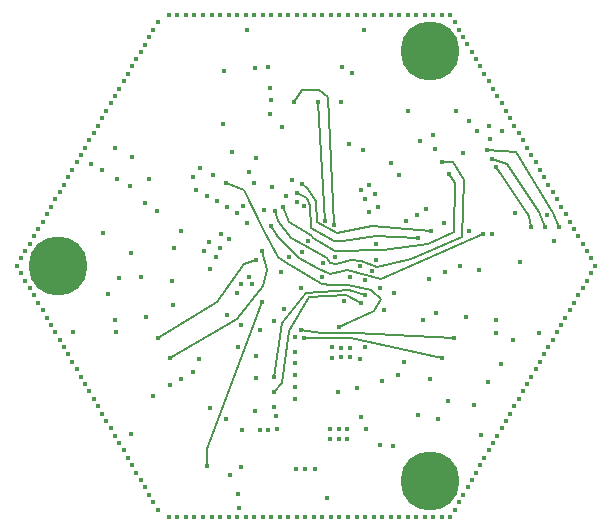
<source format=gbr>
%TF.GenerationSoftware,KiCad,Pcbnew,9.0.6-rc1*%
%TF.CreationDate,2025-10-31T17:35:14+01:00*%
%TF.ProjectId,PCB_BRUSHED,5043425f-4252-4555-9348-45442e6b6963,rev?*%
%TF.SameCoordinates,Original*%
%TF.FileFunction,Copper,L3,Inr*%
%TF.FilePolarity,Positive*%
%FSLAX46Y46*%
G04 Gerber Fmt 4.6, Leading zero omitted, Abs format (unit mm)*
G04 Created by KiCad (PCBNEW 9.0.6-rc1) date 2025-10-31 17:35:14*
%MOMM*%
%LPD*%
G01*
G04 APERTURE LIST*
%TA.AperFunction,ComponentPad*%
%ADD10C,0.800000*%
%TD*%
%TA.AperFunction,ComponentPad*%
%ADD11C,5.000000*%
%TD*%
%TA.AperFunction,ViaPad*%
%ADD12C,0.400000*%
%TD*%
%TA.AperFunction,Conductor*%
%ADD13C,0.160000*%
%TD*%
G04 APERTURE END LIST*
D10*
%TO.N,GND*%
%TO.C,TP1*%
X138625000Y-77813467D03*
X139174175Y-76487642D03*
X139174175Y-79139292D03*
X140500000Y-75938467D03*
D11*
X140500000Y-77813467D03*
D10*
X140500000Y-79688467D03*
X141825825Y-76487642D03*
X141825825Y-79139292D03*
X142375000Y-77813467D03*
%TD*%
%TO.N,GND*%
%TO.C,TP3*%
X138625000Y-114186533D03*
X139174175Y-112860708D03*
X139174175Y-115512358D03*
X140500000Y-112311533D03*
D11*
X140500000Y-114186533D03*
D10*
X140500000Y-116061533D03*
X141825825Y-112860708D03*
X141825825Y-115512358D03*
X142375000Y-114186533D03*
%TD*%
%TO.N,GND*%
%TO.C,TP2*%
X107125000Y-96000000D03*
X107674175Y-94674175D03*
X107674175Y-97325825D03*
X109000000Y-94125000D03*
D11*
X109000000Y-96000000D03*
D10*
X109000000Y-97875000D03*
X110325825Y-94674175D03*
X110325825Y-97325825D03*
X110875000Y-96000000D03*
%TD*%
D12*
%TO.N,GND*%
X140050000Y-74750000D03*
X119840000Y-74749192D03*
X121284000Y-74749192D03*
X129948000Y-74749192D03*
X119118000Y-74749192D03*
X128504000Y-74749192D03*
X118396000Y-74749192D03*
X134280000Y-74749192D03*
X129226000Y-74749192D03*
X138612000Y-74749192D03*
X122006000Y-74749192D03*
X141500000Y-74749192D03*
X127060000Y-74749192D03*
X124894000Y-74749192D03*
X142220000Y-74750000D03*
X130670000Y-74749192D03*
X137168000Y-74749192D03*
X123450000Y-74749192D03*
X125616000Y-74749192D03*
X132114000Y-74749192D03*
X140778000Y-74749192D03*
X124172000Y-74749192D03*
X139300000Y-74750000D03*
X122728000Y-74749192D03*
X132836000Y-74749192D03*
X126338000Y-74749192D03*
X127782000Y-74749192D03*
X136446000Y-74749192D03*
X133558000Y-74749192D03*
X131392000Y-74749192D03*
X137890000Y-74749192D03*
X135724000Y-74749192D03*
X135002000Y-74749192D03*
X120562000Y-74749192D03*
X140050000Y-117270000D03*
X119840000Y-117269192D03*
X121284000Y-117269192D03*
X129948000Y-117269192D03*
X119118000Y-117269192D03*
X128504000Y-117269192D03*
X118396000Y-117269192D03*
X134280000Y-117269192D03*
X129226000Y-117269192D03*
X138612000Y-117269192D03*
X122006000Y-117269192D03*
X141500000Y-117269192D03*
X127060000Y-117269192D03*
X124894000Y-117269192D03*
X142220000Y-117270000D03*
X130670000Y-117269192D03*
X137168000Y-117269192D03*
X123450000Y-117269192D03*
X125616000Y-117269192D03*
X132114000Y-117269192D03*
X140778000Y-117269192D03*
X124172000Y-117269192D03*
X139300000Y-117270000D03*
X122728000Y-117269192D03*
X132836000Y-117269192D03*
X126338000Y-117269192D03*
X127782000Y-117269192D03*
X136446000Y-117269192D03*
X133558000Y-117269192D03*
X131392000Y-117269192D03*
X137890000Y-117269192D03*
X135724000Y-117269192D03*
X135002000Y-117269192D03*
X120562000Y-117269192D03*
X105530000Y-96010000D03*
X111667000Y-85380404D03*
X105891000Y-95384729D03*
X113833000Y-81628782D03*
X106613000Y-94134189D03*
X106252000Y-94759459D03*
X110945000Y-86630945D03*
X116718700Y-76632219D03*
X107335000Y-92883648D03*
X109501000Y-89132026D03*
X108779000Y-90382567D03*
X113472000Y-82254052D03*
X112389000Y-84129863D03*
X116343700Y-77281738D03*
X115638000Y-78502430D03*
X112028000Y-84755134D03*
X114555000Y-80378241D03*
X112750000Y-83504593D03*
X111306000Y-86005674D03*
X108057000Y-91633107D03*
X115999000Y-77877160D03*
X115277000Y-79127701D03*
X107696000Y-92258378D03*
X113111000Y-82879323D03*
X110584000Y-87256215D03*
X114194000Y-81003512D03*
X106974000Y-93508918D03*
X110223000Y-87881485D03*
X117082000Y-76001349D03*
X108418000Y-91007837D03*
X109140000Y-89757296D03*
X117443000Y-75376079D03*
X114916000Y-79752971D03*
X109862000Y-88506756D03*
X109862000Y-103513244D03*
X114916000Y-112267029D03*
X117443000Y-116643921D03*
X109140000Y-102262704D03*
X108418000Y-101012163D03*
X117082000Y-116018651D03*
X110223000Y-104138515D03*
X106974000Y-98511082D03*
X114194000Y-111016488D03*
X110584000Y-104763785D03*
X113111000Y-109140677D03*
X107696000Y-99761622D03*
X115277000Y-112892299D03*
X115999000Y-114142840D03*
X108057000Y-100386893D03*
X111306000Y-106014326D03*
X112750000Y-108515407D03*
X114555000Y-111641759D03*
X112028000Y-107264866D03*
X115638000Y-113517570D03*
X116342300Y-114739070D03*
X112389000Y-107890137D03*
X113472000Y-109765948D03*
X108779000Y-101637433D03*
X109501000Y-102887974D03*
X107335000Y-99136352D03*
X116717300Y-115388589D03*
X110945000Y-105389055D03*
X106252000Y-97260541D03*
X106613000Y-97885811D03*
X113833000Y-110391218D03*
X105891000Y-96635271D03*
X111667000Y-106639596D03*
X153040000Y-93481206D03*
X142588700Y-75377407D03*
X145476700Y-80379569D03*
X149086700Y-86632273D03*
X147281700Y-83505921D03*
X144393700Y-78503758D03*
X149808700Y-87882813D03*
X148003700Y-84756462D03*
X145837700Y-81004840D03*
X152335700Y-92259706D03*
X151613700Y-91009165D03*
X150891700Y-89758624D03*
X151252700Y-90383895D03*
X154140700Y-95386057D03*
X151974700Y-91634435D03*
X144754700Y-79129029D03*
X146559700Y-82255380D03*
X152696700Y-92884976D03*
X144032700Y-77878488D03*
X142949700Y-76002677D03*
X146198700Y-81630110D03*
X145115700Y-79754299D03*
X143310700Y-76627947D03*
X143671700Y-77253218D03*
X153779700Y-94760787D03*
X148725700Y-86007002D03*
X147642700Y-84131191D03*
X149447700Y-87257543D03*
X146920700Y-82880651D03*
X150169700Y-88508084D03*
X148364700Y-85381732D03*
X150530700Y-89133354D03*
X153415000Y-94130725D03*
X152334000Y-99761622D03*
X146919000Y-109140677D03*
X154139000Y-96635271D03*
X151251000Y-101637433D03*
X147641000Y-107890137D03*
X143686300Y-114738262D03*
X149446000Y-104763785D03*
X153417000Y-97885811D03*
X153056000Y-98511082D03*
X149085000Y-105389055D03*
X142948000Y-116018651D03*
X146558000Y-109765948D03*
X147280000Y-108515407D03*
X149807000Y-104138515D03*
X148002000Y-107264866D03*
X143311300Y-115387781D03*
X151612000Y-101012163D03*
X148363000Y-106639596D03*
X146197000Y-110391218D03*
X150529000Y-102887974D03*
X150890000Y-102262704D03*
X144392000Y-113517570D03*
X150168000Y-103513244D03*
X151973000Y-100386893D03*
X145475000Y-111641759D03*
X144753000Y-112892299D03*
X144031000Y-114142840D03*
X145114000Y-112267029D03*
X152695000Y-99136352D03*
X142587000Y-116643921D03*
X145836000Y-111016488D03*
X153778000Y-97260541D03*
X148724000Y-106014326D03*
X134600000Y-103880000D03*
X134960000Y-102890000D03*
X134700000Y-108810000D03*
X125775000Y-86850000D03*
X124350000Y-116475000D03*
X124250000Y-115300000D03*
X127425000Y-108700000D03*
X124525000Y-113000000D03*
X123600000Y-113725000D03*
X145775000Y-93300000D03*
X150425000Y-91725000D03*
X143822095Y-93028750D03*
X135900000Y-94125000D03*
X126975000Y-83125000D03*
X127000000Y-82000000D03*
X126975000Y-80950000D03*
X120450000Y-105000000D03*
X118475000Y-106100000D03*
X125025000Y-92350000D03*
X128275000Y-90125000D03*
X124650000Y-90900000D03*
X120400000Y-88525000D03*
X125575000Y-89000000D03*
X145430000Y-105870000D03*
X134820000Y-86190000D03*
X145480000Y-84180000D03*
X130178372Y-93898968D03*
X114180000Y-97060000D03*
X111835552Y-87360641D03*
X136430000Y-105760000D03*
X121880000Y-108060000D03*
X134925000Y-76001115D03*
X110235865Y-101641108D03*
X125700000Y-79290000D03*
X117400000Y-91340000D03*
X144630000Y-96380000D03*
X116720000Y-88620000D03*
X136240000Y-97870000D03*
X123280000Y-100200000D03*
X115126448Y-89260641D03*
X138680000Y-82870000D03*
X119415654Y-93021161D03*
X127900000Y-96500000D03*
X113870000Y-86010000D03*
X113840000Y-100570000D03*
X124178150Y-91542276D03*
X143050000Y-96000000D03*
X143770000Y-83730000D03*
X128600000Y-95275000D03*
X150980000Y-93890000D03*
X137375000Y-111250000D03*
X139460000Y-108640000D03*
X148100000Y-95700000D03*
X130725000Y-113225000D03*
X129050000Y-103270000D03*
X138475000Y-92172724D03*
X140200000Y-91172724D03*
X116010000Y-96950000D03*
X113932147Y-101643255D03*
X139375000Y-91675000D03*
X123210000Y-108980000D03*
X129050000Y-107275000D03*
X146564448Y-84589359D03*
X115260000Y-86810000D03*
X118760000Y-99310000D03*
X137460000Y-98350000D03*
X127288000Y-107925000D03*
X129050000Y-105275000D03*
X132712000Y-106655000D03*
X114020000Y-88670000D03*
X127120000Y-89370000D03*
X129075000Y-106275000D03*
X140430000Y-97160000D03*
X129175000Y-113225000D03*
X141684198Y-92386161D03*
X127930000Y-84260000D03*
X122450000Y-90552276D03*
X123090000Y-79550000D03*
X138260000Y-104170000D03*
X124550000Y-109875000D03*
X113270000Y-98390000D03*
X132500000Y-95275000D03*
X134340000Y-106340000D03*
X133680000Y-85670000D03*
X129675000Y-94850000D03*
X126470000Y-91310000D03*
X137872346Y-88323839D03*
X131757500Y-115675000D03*
X124190000Y-98300000D03*
X136610000Y-99710000D03*
X141990000Y-107430000D03*
X121027802Y-87688839D03*
X120725000Y-89552276D03*
X133075000Y-79201115D03*
X137180000Y-87330000D03*
X149755808Y-101701524D03*
X125210000Y-88080000D03*
X135050000Y-109850000D03*
X144240000Y-107780000D03*
X129950000Y-113200000D03*
X139940000Y-100580000D03*
X124520000Y-101000000D03*
X112830000Y-93240000D03*
X125750000Y-105470000D03*
X119461500Y-105548076D03*
X141170000Y-109010000D03*
X142741281Y-82895194D03*
X141730000Y-96490000D03*
X118800000Y-94540000D03*
X116400000Y-90700000D03*
X140740000Y-84970000D03*
X128800000Y-88730000D03*
X147716281Y-91512147D03*
X112760000Y-87860000D03*
X129040000Y-102020000D03*
X123300000Y-91050000D03*
X124975000Y-76001115D03*
X118640000Y-97310000D03*
X133910000Y-79670000D03*
X131375000Y-96925000D03*
X115210865Y-110258060D03*
X143538500Y-100351924D03*
X121600000Y-90075000D03*
X115170000Y-94890000D03*
X124540000Y-97520000D03*
X129550000Y-97850000D03*
X122960000Y-83970000D03*
X120940000Y-103860000D03*
X137760000Y-105250000D03*
X126075000Y-101425000D03*
X121850000Y-96250000D03*
X147570000Y-102290000D03*
X141050000Y-99980000D03*
X146070000Y-100590000D03*
X131475000Y-95800000D03*
X129050000Y-104250000D03*
X146550000Y-104340000D03*
X125720000Y-108280000D03*
X127278750Y-100647095D03*
X124250000Y-102840000D03*
X144780808Y-110318476D03*
X125810000Y-103600000D03*
X143273552Y-86489359D03*
X139680000Y-85480000D03*
X123780000Y-86350000D03*
X145580000Y-85260000D03*
%TO.N,VBAT+*%
X133000000Y-102925000D03*
X133000000Y-103725000D03*
X121375000Y-94775000D03*
X123475000Y-93700000D03*
X133725000Y-103750000D03*
X121825000Y-94000000D03*
X132200000Y-103775000D03*
X126100000Y-109875000D03*
X135825000Y-89900000D03*
X127550000Y-109850000D03*
X134625000Y-89550000D03*
X122750000Y-94475000D03*
X126825000Y-109875000D03*
X136075000Y-91025000D03*
X132200000Y-102900000D03*
X133725000Y-102925000D03*
X122775000Y-93300000D03*
X122350000Y-95275000D03*
X135350000Y-89175000D03*
X134975000Y-90375000D03*
X135325000Y-91425000D03*
%TO.N,+3.3V*%
X146059526Y-101703671D03*
X132775000Y-109850000D03*
X129250000Y-90625000D03*
X132075000Y-110650000D03*
X132075000Y-109850000D03*
X133475000Y-109850000D03*
X125450000Y-97575000D03*
X125200000Y-96925000D03*
X117057147Y-107055913D03*
X134600000Y-96050000D03*
X140538500Y-105548076D03*
X133000000Y-82100000D03*
X132775000Y-110650000D03*
X133475000Y-110650000D03*
X144500000Y-84550000D03*
X126825000Y-79201115D03*
X116461500Y-100351924D03*
X133700000Y-96975000D03*
X129800000Y-90925000D03*
X136300000Y-111150000D03*
%TO.N,/ADC2_IN5*%
X133200000Y-99025000D03*
%TO.N,/NRST*%
X128125000Y-99675000D03*
X140895000Y-86097341D03*
%TO.N,/ADC_VBAT*%
X126300000Y-99100000D03*
X121642500Y-112925000D03*
%TO.N,/EXT_BTN_EXTI10*%
X144950000Y-93275000D03*
X127000000Y-92625000D03*
%TO.N,Net-(IC2-IN1)*%
X129272095Y-89821250D03*
X139484494Y-93656161D03*
%TO.N,Net-(IC2-IN2)*%
X140584346Y-93021161D03*
X129647095Y-89121250D03*
%TO.N,Net-(IC3-IN2)*%
X127288000Y-106655000D03*
X134627905Y-99128750D03*
%TO.N,Net-(IC3-IN1)*%
X127288000Y-105385000D03*
X135002905Y-98503750D03*
%TO.N,Net-(IC4-IN1)*%
X132775000Y-101200000D03*
X123227506Y-88958839D03*
%TO.N,Net-(IC4-IN2)*%
X122127654Y-88323839D03*
%TO.N,/MOT2_HALL_B{slash}TIM1CH2*%
X131000000Y-82100000D03*
X131650000Y-92175000D03*
%TO.N,/MOT2_HALL_A{slash}TIM1CH1*%
X129000000Y-82100000D03*
X132400000Y-92550000D03*
%TO.N,/MOT1_HALL_B{slash}TIM2CH2*%
X129825000Y-102125000D03*
X141538500Y-103816025D03*
%TO.N,/MOT1_HALL_A{slash}TIM2CH1*%
X142538500Y-102083975D03*
X129550000Y-101475000D03*
%TO.N,/SWDIO*%
X142145000Y-88262405D03*
X128075000Y-91000000D03*
%TO.N,/SWCLK*%
X127400000Y-91375000D03*
X141520000Y-87179873D03*
%TO.N,/MOT3_HALL_B{slash}TIM8CH2*%
X117461500Y-102083975D03*
X125775000Y-95550000D03*
%TO.N,/MOT3_HALL_A{slash}TIM8CH1*%
X118461500Y-103816025D03*
X126300000Y-94725000D03*
%TO.N,/USART3_TX*%
X135625000Y-96450000D03*
X150200000Y-92700000D03*
X145722804Y-86922804D03*
%TO.N,/USART3_RX*%
X149075000Y-92725000D03*
X135925000Y-95500000D03*
X146086553Y-87636553D03*
%TO.N,/UART_EXTI*%
X135025000Y-97225000D03*
X145343205Y-86218205D03*
X151450000Y-92725000D03*
%TO.N,GND*%
X154500000Y-96010000D03*
%TD*%
D13*
%TO.N,/ADC_VBAT*%
X121650000Y-111500000D02*
X121642500Y-112925000D01*
X126300000Y-99100000D02*
X121650000Y-111500000D01*
%TO.N,/EXT_BTN_EXTI10*%
X132000000Y-96700000D02*
X130950000Y-96150000D01*
X128650000Y-94600000D02*
X127650000Y-93575000D01*
X133475000Y-96400000D02*
X135050000Y-96750000D01*
X130950000Y-96150000D02*
X129450000Y-95375000D01*
X132000000Y-96700000D02*
X133475000Y-96400000D01*
X135050000Y-96750000D02*
X136325000Y-97125000D01*
X136325000Y-97125000D02*
X144950000Y-93275000D01*
X127650000Y-93575000D02*
X127000000Y-92625000D01*
X129450000Y-95375000D02*
X128650000Y-94600000D01*
%TO.N,Net-(IC2-IN1)*%
X130325000Y-90925000D02*
X130125000Y-90300000D01*
X135925000Y-93500000D02*
X133125000Y-93875000D01*
X132400000Y-93875000D02*
X130425000Y-92825000D01*
X130125000Y-90300000D02*
X129272095Y-89821250D01*
X130425000Y-92825000D02*
X130325000Y-90925000D01*
X139484494Y-93656161D02*
X135925000Y-93500000D01*
X133125000Y-93875000D02*
X132400000Y-93875000D01*
%TO.N,Net-(IC2-IN2)*%
X130075000Y-89400000D02*
X129647095Y-89121250D01*
X132600000Y-93200000D02*
X135600000Y-92675000D01*
X130825000Y-90525000D02*
X130925000Y-92325000D01*
X140584346Y-93021161D02*
X135600000Y-92675000D01*
X130075000Y-89400000D02*
X130825000Y-90525000D01*
X130925000Y-92325000D02*
X132600000Y-93200000D01*
%TO.N,Net-(IC3-IN2)*%
X128000000Y-105925000D02*
X128600000Y-101550000D01*
X130275000Y-98625000D02*
X133425000Y-98475000D01*
X133425000Y-98475000D02*
X134627905Y-99128750D01*
X128600000Y-101550000D02*
X130275000Y-98625000D01*
X127288000Y-106655000D02*
X128000000Y-105925000D01*
%TO.N,Net-(IC3-IN1)*%
X135002905Y-98503750D02*
X133650000Y-98050000D01*
X133650000Y-98050000D02*
X130025000Y-98275000D01*
X130025000Y-98275000D02*
X128000000Y-100850000D01*
X127288000Y-105385000D02*
X128000000Y-100850000D01*
%TO.N,Net-(IC4-IN1)*%
X127600000Y-95225000D02*
X126450000Y-93100000D01*
X131350000Y-97575000D02*
X128200000Y-95650000D01*
X135800000Y-99800000D02*
X136350000Y-98825000D01*
X136350000Y-98825000D02*
X135500000Y-98075000D01*
X128200000Y-95650000D02*
X127600000Y-95225000D01*
X132150000Y-97625000D02*
X131350000Y-97575000D01*
X133575000Y-97600000D02*
X132150000Y-97625000D01*
X126450000Y-93100000D02*
X124725000Y-89625000D01*
X135500000Y-98075000D02*
X133575000Y-97600000D01*
X124725000Y-89625000D02*
X123227506Y-88958839D01*
X132775000Y-101200000D02*
X135800000Y-99800000D01*
%TO.N,/MOT2_HALL_B{slash}TIM1CH2*%
X131000000Y-82100000D02*
X131650000Y-92175000D01*
%TO.N,/MOT2_HALL_A{slash}TIM1CH1*%
X129625000Y-81125000D02*
X129000000Y-82100000D01*
X131850000Y-81725000D02*
X131125000Y-81125000D01*
X132400000Y-92550000D02*
X131850000Y-81725000D01*
X131125000Y-81125000D02*
X129625000Y-81125000D01*
%TO.N,/MOT1_HALL_B{slash}TIM2CH2*%
X141538500Y-103816025D02*
X133800000Y-102125000D01*
X133800000Y-102125000D02*
X129825000Y-102125000D01*
%TO.N,/MOT1_HALL_A{slash}TIM2CH1*%
X134125000Y-101700000D02*
X142538500Y-102083975D01*
X131275000Y-101700000D02*
X134125000Y-101700000D01*
X129550000Y-101475000D02*
X131275000Y-101700000D01*
%TO.N,/SWDIO*%
X130475000Y-93475000D02*
X130225000Y-93350000D01*
X142600000Y-89000000D02*
X142145000Y-88262405D01*
X132450000Y-94775000D02*
X130600000Y-93650000D01*
X140300000Y-94200000D02*
X142500000Y-93175000D01*
X142500000Y-93175000D02*
X142600000Y-89000000D01*
X128525000Y-92325000D02*
X128075000Y-91000000D01*
X130225000Y-93350000D02*
X128525000Y-92325000D01*
X130600000Y-93650000D02*
X130475000Y-93475000D01*
X136525000Y-94650000D02*
X140300000Y-94200000D01*
X136525000Y-94650000D02*
X132450000Y-94775000D01*
%TO.N,/SWCLK*%
X143225000Y-93575000D02*
X143350000Y-88775000D01*
X131800000Y-95350000D02*
X129800000Y-94275000D01*
X128700000Y-93650000D02*
X127650000Y-92225000D01*
X134700000Y-95570000D02*
X133775000Y-95475000D01*
X142425000Y-87225000D02*
X141520000Y-87179873D01*
X133775000Y-95475000D02*
X132550000Y-95825000D01*
X132075000Y-95750000D02*
X131800000Y-95350000D01*
X127650000Y-92225000D02*
X127400000Y-91375000D01*
X134700000Y-95570000D02*
X136025000Y-96100000D01*
X136025000Y-96100000D02*
X138900000Y-95400000D01*
X129800000Y-94275000D02*
X128700000Y-93650000D01*
X143350000Y-88775000D02*
X142425000Y-87225000D01*
X138900000Y-95400000D02*
X143225000Y-93575000D01*
X132550000Y-95825000D02*
X132075000Y-95750000D01*
%TO.N,/MOT3_HALL_B{slash}TIM8CH2*%
X122475000Y-99100000D02*
X124775000Y-95825000D01*
X117461500Y-102083975D02*
X122475000Y-99100000D01*
X124775000Y-95825000D02*
X125775000Y-95550000D01*
%TO.N,/MOT3_HALL_A{slash}TIM8CH1*%
X126675000Y-96350000D02*
X126350000Y-97750000D01*
X126350000Y-97750000D02*
X124150000Y-100500000D01*
X124150000Y-100500000D02*
X118461500Y-103816025D01*
X126300000Y-94725000D02*
X126675000Y-96350000D01*
%TO.N,/USART3_TX*%
X147000000Y-87375000D02*
X145722804Y-86922804D01*
X149725000Y-91425000D02*
X147000000Y-87375000D01*
X150200000Y-92700000D02*
X149725000Y-91425000D01*
%TO.N,/USART3_RX*%
X149075000Y-92725000D02*
X148925000Y-91825000D01*
X148925000Y-91825000D02*
X146086553Y-87636553D01*
%TO.N,/UART_EXTI*%
X150950000Y-91525000D02*
X147775000Y-86375000D01*
X151450000Y-92725000D02*
X150950000Y-91525000D01*
X147775000Y-86375000D02*
X145343205Y-86218205D01*
%TD*%
M02*

</source>
